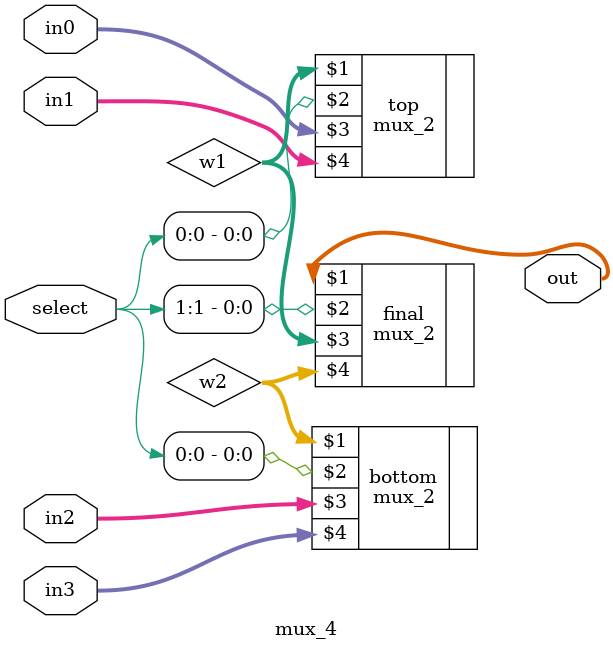
<source format=v>
module mux_4(out, select, in0, in1, in2, in3);
	input [1:0] select;
	input [31:0] in0, in1, in2, in3;
	output [31:0] out;
	wire [31:0] w1, w2;
	
	mux_2 top(w1, select[0], in0, in1);
	mux_2 bottom(w2, select[0], in2, in3);
	mux_2 final(out, select[1], w1, w2);

endmodule
</source>
